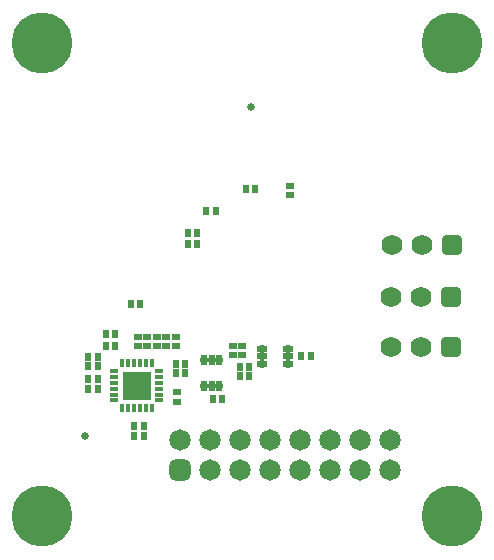
<source format=gbs>
G04*
G04 #@! TF.GenerationSoftware,Altium Limited,Altium Designer,24.2.2 (26)*
G04*
G04 Layer_Color=16711935*
%FSLAX44Y44*%
%MOMM*%
G71*
G04*
G04 #@! TF.SameCoordinates,6EDC250C-81D3-48BC-95F6-F0A130F5604E*
G04*
G04*
G04 #@! TF.FilePolarity,Negative*
G04*
G01*
G75*
%ADD27C,0.6600*%
%ADD40R,0.5400X0.6400*%
%ADD41R,0.6400X0.5400*%
G04:AMPARAMS|DCode=43|XSize=1.76mm|YSize=1.76mm|CornerRadius=0.48mm|HoleSize=0mm|Usage=FLASHONLY|Rotation=180.000|XOffset=0mm|YOffset=0mm|HoleType=Round|Shape=RoundedRectangle|*
%AMROUNDEDRECTD43*
21,1,1.7600,0.8000,0,0,180.0*
21,1,0.8000,1.7600,0,0,180.0*
1,1,0.9600,-0.4000,0.4000*
1,1,0.9600,0.4000,0.4000*
1,1,0.9600,0.4000,-0.4000*
1,1,0.9600,-0.4000,-0.4000*
%
%ADD43ROUNDEDRECTD43*%
%ADD44C,1.7600*%
%ADD45C,1.8100*%
G04:AMPARAMS|DCode=46|XSize=1.81mm|YSize=1.81mm|CornerRadius=0.4925mm|HoleSize=0mm|Usage=FLASHONLY|Rotation=180.000|XOffset=0mm|YOffset=0mm|HoleType=Round|Shape=RoundedRectangle|*
%AMROUNDEDRECTD46*
21,1,1.8100,0.8250,0,0,180.0*
21,1,0.8250,1.8100,0,0,180.0*
1,1,0.9850,-0.4125,0.4125*
1,1,0.9850,0.4125,0.4125*
1,1,0.9850,0.4125,-0.4125*
1,1,0.9850,-0.4125,-0.4125*
%
%ADD46ROUNDEDRECTD46*%
%ADD47C,5.1600*%
%ADD48C,0.1600*%
%ADD76R,0.3900X0.7400*%
%ADD77R,0.7400X0.3900*%
%ADD78R,2.3400X2.3400*%
%ADD79O,0.9600X0.6100*%
%ADD80O,0.6100X0.9600*%
D27*
X76000Y108000D02*
D03*
X216500Y386500D02*
D03*
D40*
X186950Y298500D02*
D03*
X179050D02*
D03*
X220200Y316950D02*
D03*
X212300D02*
D03*
X122950Y220000D02*
D03*
X115050D02*
D03*
X207458Y158383D02*
D03*
X215358D02*
D03*
X259458Y175383D02*
D03*
X267358D02*
D03*
X184458Y139383D02*
D03*
X192358D02*
D03*
X215358Y166383D02*
D03*
X207458D02*
D03*
X86950Y148000D02*
D03*
X79050D02*
D03*
X160950Y161000D02*
D03*
X153050D02*
D03*
X160950Y169000D02*
D03*
X153050D02*
D03*
X94050Y194000D02*
D03*
X101950D02*
D03*
X94050Y184000D02*
D03*
X101950D02*
D03*
X86950Y175000D02*
D03*
X79050D02*
D03*
X79050Y167000D02*
D03*
X86950D02*
D03*
X86950Y156000D02*
D03*
X79050D02*
D03*
X118050Y108000D02*
D03*
X125950D02*
D03*
X125950Y116500D02*
D03*
X118050D02*
D03*
X170900Y270750D02*
D03*
X163000D02*
D03*
X171000Y279500D02*
D03*
X163100D02*
D03*
D41*
X249440Y311879D02*
D03*
Y319779D02*
D03*
X154000Y144900D02*
D03*
Y137000D02*
D03*
X209408Y184333D02*
D03*
Y176433D02*
D03*
X201408Y176433D02*
D03*
Y184333D02*
D03*
X153000Y191950D02*
D03*
Y184050D02*
D03*
X145000Y191950D02*
D03*
Y184050D02*
D03*
X137000Y191950D02*
D03*
Y184050D02*
D03*
X129000Y191950D02*
D03*
Y184050D02*
D03*
X121000Y191950D02*
D03*
Y184050D02*
D03*
D43*
X386800Y269500D02*
D03*
X386400Y225500D02*
D03*
Y183500D02*
D03*
D44*
X361400Y269500D02*
D03*
X336000D02*
D03*
X361000Y225500D02*
D03*
X335600D02*
D03*
X361000Y183500D02*
D03*
X335600D02*
D03*
D45*
X283900Y104500D02*
D03*
Y79100D02*
D03*
X233100Y104500D02*
D03*
Y79100D02*
D03*
X182300Y104500D02*
D03*
Y79100D02*
D03*
X156900Y104500D02*
D03*
X207700Y79100D02*
D03*
Y104500D02*
D03*
X258500Y79100D02*
D03*
Y104500D02*
D03*
X309300Y79100D02*
D03*
X334700D02*
D03*
X309300Y104500D02*
D03*
X334700D02*
D03*
D46*
X156900Y79100D02*
D03*
D47*
X387000Y440500D02*
D03*
X40000D02*
D03*
X387000Y40000D02*
D03*
X40000D02*
D03*
D48*
X195800Y283200D02*
D03*
X248800Y336200D02*
D03*
D76*
X107500Y169500D02*
D03*
X112500D02*
D03*
X117500D02*
D03*
X122500D02*
D03*
X127500D02*
D03*
X132500D02*
D03*
Y131500D02*
D03*
X127500D02*
D03*
X122500D02*
D03*
X117500D02*
D03*
X112500D02*
D03*
X107500D02*
D03*
D77*
X139000Y163000D02*
D03*
Y158000D02*
D03*
Y153000D02*
D03*
Y148000D02*
D03*
Y143000D02*
D03*
Y138000D02*
D03*
X101000D02*
D03*
Y143000D02*
D03*
Y148000D02*
D03*
Y153000D02*
D03*
Y158000D02*
D03*
Y163000D02*
D03*
D78*
X120000Y150500D02*
D03*
D79*
X248408Y181883D02*
D03*
Y175383D02*
D03*
Y168883D02*
D03*
X226408Y181883D02*
D03*
Y175383D02*
D03*
Y168883D02*
D03*
D80*
X176908Y172383D02*
D03*
X183408D02*
D03*
X189908D02*
D03*
X176908Y150383D02*
D03*
X183408D02*
D03*
X189908D02*
D03*
M02*

</source>
